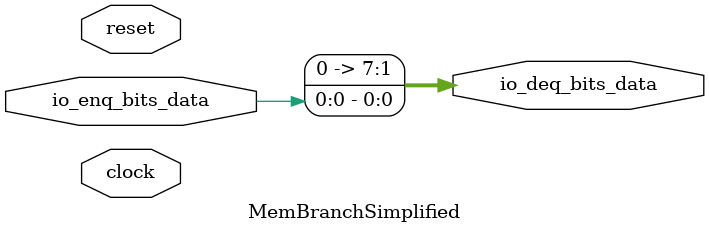
<source format=v>
module MemBranchSimplified(
  input        clock,
  input        reset,
  input        io_enq_bits_data,
  output [7:0] io_deq_bits_data
);
  assign io_deq_bits_data = {{7'd0}, io_enq_bits_data}; // @[]
endmodule

</source>
